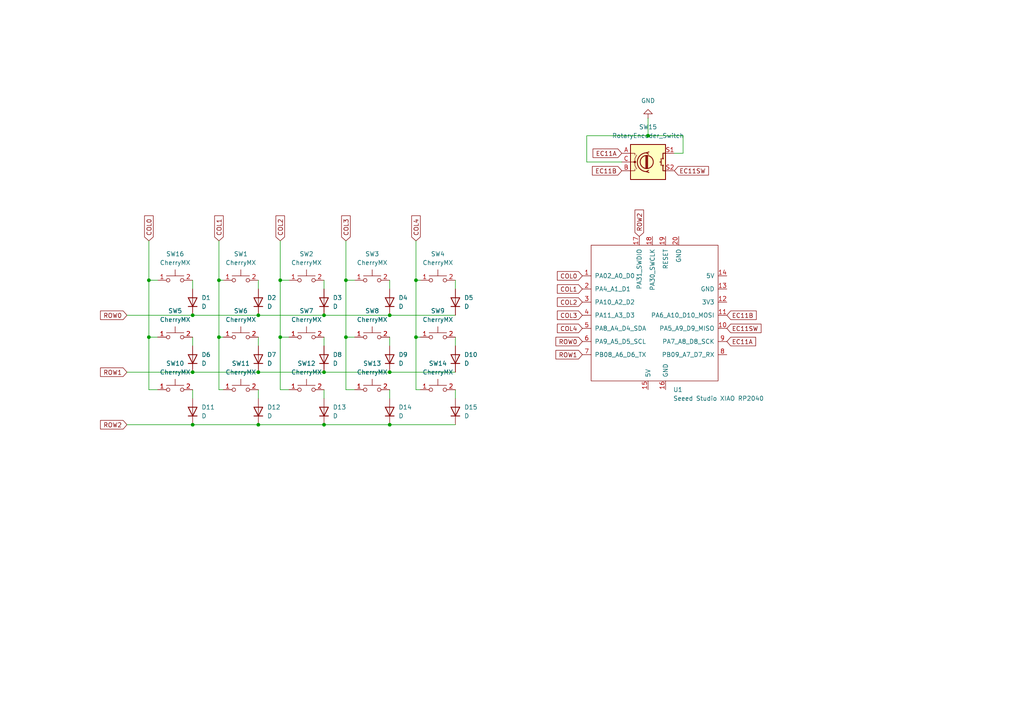
<source format=kicad_sch>
(kicad_sch (version 20231120) (generator "eeschema") (generator_version "8.0")
  (paper "A4")
  (title_block (title "PonderPad") (date "2024-09-15"))
  (lib_symbols
    (symbol "CherryMX:CherryMX" (pin_names (offset 0.254))
      (property "Reference" "SW" (at 2.54 3.175 0))
      (property "Value" "CherryMX" (at 0 -1.905 0))
      (symbol "CherryMX_1_1"
        (circle (center -2.032 0) (radius 0.508))
        (polyline (pts (xy 0 1.27) (xy 0 3.048)))
        (polyline (pts (xy 2.54 1.27) (xy -2.54 1.27)))
        (circle (center 2.032 0) (radius 0.508))
        (pin passive line (at -5.08 0 0) (length 2.54) (name "~") (number "1"))
        (pin passive line (at 5.08 0 180) (length 2.54) (name "~") (number "2"))
      )
    )
    (symbol "Device:D" (pin_numbers hide) (pin_names (offset 1.016) hide)
      (property "Reference" "D" (at 0 2.54 0))
      (property "Value" "D" (at 0 -2.54 0))
      (symbol "D_0_1"
        (polyline (pts (xy -1.27 1.27) (xy -1.27 -1.27)) (stroke (width 0.254)))
        (polyline (pts (xy 1.27 0) (xy -1.27 0)))
        (polyline (pts (xy 1.27 1.27) (xy 1.27 -1.27) (xy -1.27 0) (xy 1.27 1.27)) (stroke (width 0.254)))
      )
      (symbol "D_1_1"
        (pin passive line (at -3.81 0 0) (length 2.54) (name "K") (number "1"))
        (pin passive line (at 3.81 0 180) (length 2.54) (name "A") (number "2"))
      )
    )
    (symbol "Device:RotaryEncoder_Switch" (pin_names (offset 0.254) hide)
      (property "Reference" "SW" (at 0 6.604 0))
      (property "Value" "RotaryEncoder_Switch" (at 0 -6.604 0))
      (symbol "RotaryEncoder_Switch_0_1"
        (rectangle (start -5.08 5.08) (end 5.08 -5.08) (stroke (width 0.254)) (fill (type background)))
        (circle (center -3.81 0) (radius 0.254) (fill (type outline)))
        (circle (center -0.381 0) (radius 1.905) (stroke (width 0.254)))
        (arc (start -0.381 2.667) (mid -3.0988 -0.0635) (end -0.381 -2.794) (stroke (width 0.254)))
        (polyline (pts (xy -0.635 -1.778) (xy -0.635 1.778)) (stroke (width 0.254)))
        (polyline (pts (xy -0.381 -1.778) (xy -0.381 1.778)) (stroke (width 0.254)))
        (polyline (pts (xy -0.127 1.778) (xy -0.127 -1.778)) (stroke (width 0.254)))
        (polyline (pts (xy 3.81 0) (xy 3.429 0)) (stroke (width 0.254)))
        (polyline (pts (xy 3.81 1.016) (xy 3.81 -1.016)) (stroke (width 0.254)))
        (polyline (pts (xy -5.08 -2.54) (xy -3.81 -2.54) (xy -3.81 -2.032)))
        (polyline (pts (xy -5.08 2.54) (xy -3.81 2.54) (xy -3.81 2.032)))
        (polyline (pts (xy 0.254 -3.048) (xy -0.508 -2.794) (xy 0.127 -2.413)) (stroke (width 0.254)))
        (polyline (pts (xy 0.254 2.921) (xy -0.508 2.667) (xy 0.127 2.286)) (stroke (width 0.254)))
        (polyline (pts (xy 5.08 -2.54) (xy 4.318 -2.54) (xy 4.318 -1.016)) (stroke (width 0.254)))
        (polyline (pts (xy 5.08 2.54) (xy 4.318 2.54) (xy 4.318 1.016)) (stroke (width 0.254)))
        (polyline (pts (xy -5.08 0) (xy -3.81 0) (xy -3.81 -1.016) (xy -3.302 -2.032)))
        (polyline (pts (xy -4.318 0) (xy -3.81 0) (xy -3.81 1.016) (xy -3.302 2.032)))
        (circle (center 4.318 -1.016) (radius 0.127) (stroke (width 0.254)))
        (circle (center 4.318 1.016) (radius 0.127) (stroke (width 0.254)))
      )
      (symbol "RotaryEncoder_Switch_1_1"
        (pin passive line (at -7.62 2.54 0) (length 2.54) (name "A") (number "A"))
        (pin passive line (at -7.62 -2.54 0) (length 2.54) (name "B") (number "B"))
        (pin passive line (at -7.62 0 0) (length 2.54) (name "C") (number "C"))
        (pin passive line (at 7.62 2.54 180) (length 2.54) (name "S1") (number "S1"))
        (pin passive line (at 7.62 -2.54 180) (length 2.54) (name "S2") (number "S2"))
      )
    )
    (symbol "Seeed_Studio_XIAO_Series:Seeed Studio XIAO SAMD21" (pin_names (offset 1.016))
      (property "Reference" "U" (at -19.05 22.86 0))
      (property "Value" "Seeed Studio XIAO SAMD21" (at -12.7 21.59 0))
      (symbol "Seeed Studio XIAO SAMD21_0_1"
        (rectangle (start -19.05 20.32) (end 17.78 -19.05))
      )
      (symbol "Seeed Studio XIAO SAMD21_1_1"
        (pin unspecified line (at -21.59 11.43 0) (length 2.54) (name "PA02_A0_D0") (number "1"))
        (pin unspecified line (at 20.32 -3.81 180) (length 2.54) (name "PA5_A9_D9_MISO") (number "10"))
        (pin unspecified line (at 20.32 0 180) (length 2.54) (name "PA6_A10_D10_MOSI") (number "11"))
        (pin unspecified line (at 20.32 3.81 180) (length 2.54) (name "3V3") (number "12"))
        (pin unspecified line (at 20.32 7.62 180) (length 2.54) (name "GND") (number "13"))
        (pin unspecified line (at 20.32 11.43 180) (length 2.54) (name "5V") (number "14"))
        (pin input line (at -2.54 -21.59 90) (length 2.54) (name "5V") (number "15"))
        (pin input line (at 2.54 -21.59 90) (length 2.54) (name "GND") (number "16"))
        (pin input line (at -5.08 22.86 270) (length 2.54) (name "PA31_SWDIO") (number "17"))
        (pin input line (at -1.27 22.86 270) (length 2.54) (name "PA30_SWCLK") (number "18"))
        (pin input line (at 2.54 22.86 270) (length 2.54) (name "RESET") (number "19"))
        (pin unspecified line (at -21.59 7.62 0) (length 2.54) (name "PA4_A1_D1") (number "2"))
        (pin input line (at 6.35 22.86 270) (length 2.54) (name "GND") (number "20"))
        (pin unspecified line (at -21.59 3.81 0) (length 2.54) (name "PA10_A2_D2") (number "3"))
        (pin unspecified line (at -21.59 0 0) (length 2.54) (name "PA11_A3_D3") (number "4"))
        (pin unspecified line (at -21.59 -3.81 0) (length 2.54) (name "PA8_A4_D4_SDA") (number "5"))
        (pin unspecified line (at -21.59 -7.62 0) (length 2.54) (name "PA9_A5_D5_SCL") (number "6"))
        (pin unspecified line (at -21.59 -11.43 0) (length 2.54) (name "PB08_A6_D6_TX") (number "7"))
        (pin unspecified line (at 20.32 -11.43 180) (length 2.54) (name "PB09_A7_D7_RX") (number "8"))
        (pin unspecified line (at 20.32 -7.62 180) (length 2.54) (name "PA7_A8_D8_SCK") (number "9"))
      )
    )
    (symbol "power:GND" (power) (pin_numbers hide) (pin_names (offset 0) hide)
      (property "Value" "GND" (at 0 -3.81 0))
      (symbol "GND_0_1"
        (polyline (pts (xy 0 0) (xy 0 -1.27) (xy 1.27 -1.27) (xy 0 -2.54) (xy -1.27 -1.27) (xy 0 -1.27)))
      )
      (symbol "GND_1_1"
        (pin power_in line (at 0 0 270) (length 0) (name "~") (number "1"))
      )
    )
  )
  (junction (at 81.28 97.79))
  (junction (at 93.98 91.44))
  (junction (at 93.98 107.95))
  (junction (at 113.03 91.44))
  (junction (at 120.65 81.28))
  (junction (at 55.88 107.95))
  (junction (at 187.96 39.37))
  (junction (at 81.28 81.28))
  (junction (at 55.88 91.44))
  (junction (at 120.65 97.79))
  (junction (at 113.03 123.19))
  (junction (at 43.18 97.79))
  (junction (at 63.5 81.28))
  (junction (at 100.33 97.79))
  (junction (at 74.93 91.44))
  (junction (at 63.5 97.79))
  (junction (at 100.33 81.28))
  (junction (at 74.93 123.19))
  (junction (at 113.03 107.95))
  (junction (at 74.93 107.95))
  (junction (at 43.18 81.28))
  (junction (at 93.98 123.19))
  (junction (at 55.88 123.19))
  (wire (pts (xy 36.83 91.44) (xy 55.88 91.44)))
  (wire (pts (xy 43.18 81.28) (xy 45.72 81.28)))
  (wire (pts (xy 100.33 113.03) (xy 102.87 113.03)))
  (wire (pts (xy 36.83 107.95) (xy 55.88 107.95)))
  (wire (pts (xy 170.18 46.99) (xy 170.18 39.37)))
  (wire (pts (xy 63.5 69.85) (xy 63.5 81.28)))
  (wire (pts (xy 74.93 107.95) (xy 93.98 107.95)))
  (wire (pts (xy 113.03 91.44) (xy 132.08 91.44)))
  (wire (pts (xy 100.33 97.79) (xy 102.87 97.79)))
  (wire (pts (xy 81.28 113.03) (xy 83.82 113.03)))
  (wire (pts (xy 81.28 97.79) (xy 83.82 97.79)))
  (wire (pts (xy 43.18 97.79) (xy 43.18 113.03)))
  (wire (pts (xy 43.18 81.28) (xy 43.18 97.79)))
  (wire (pts (xy 55.88 107.95) (xy 74.93 107.95)))
  (wire (pts (xy 120.65 113.03) (xy 121.92 113.03)))
  (wire (pts (xy 198.12 39.37) (xy 198.12 44.45)))
  (wire (pts (xy 113.03 97.79) (xy 113.03 100.33)))
  (wire (pts (xy 63.5 81.28) (xy 64.77 81.28)))
  (wire (pts (xy 113.03 107.95) (xy 132.08 107.95)))
  (wire (pts (xy 74.93 91.44) (xy 93.98 91.44)))
  (wire (pts (xy 63.5 81.28) (xy 63.5 97.79)))
  (wire (pts (xy 74.93 97.79) (xy 74.93 100.33)))
  (wire (pts (xy 93.98 81.28) (xy 93.98 83.82)))
  (wire (pts (xy 81.28 69.85) (xy 81.28 81.28)))
  (wire (pts (xy 100.33 81.28) (xy 102.87 81.28)))
  (wire (pts (xy 100.33 69.85) (xy 100.33 81.28)))
  (wire (pts (xy 132.08 81.28) (xy 132.08 83.82)))
  (wire (pts (xy 93.98 97.79) (xy 93.98 100.33)))
  (wire (pts (xy 187.96 34.29) (xy 187.96 39.37)))
  (wire (pts (xy 81.28 81.28) (xy 81.28 97.79)))
  (wire (pts (xy 55.88 113.03) (xy 55.88 115.57)))
  (wire (pts (xy 43.18 113.03) (xy 45.72 113.03)))
  (wire (pts (xy 132.08 97.79) (xy 132.08 100.33)))
  (wire (pts (xy 113.03 113.03) (xy 113.03 115.57)))
  (wire (pts (xy 113.03 123.19) (xy 132.08 123.19)))
  (wire (pts (xy 63.5 113.03) (xy 64.77 113.03)))
  (wire (pts (xy 63.5 97.79) (xy 63.5 113.03)))
  (wire (pts (xy 198.12 44.45) (xy 195.58 44.45)))
  (wire (pts (xy 81.28 97.79) (xy 81.28 113.03)))
  (wire (pts (xy 81.28 81.28) (xy 83.82 81.28)))
  (wire (pts (xy 55.88 91.44) (xy 74.93 91.44)))
  (wire (pts (xy 55.88 97.79) (xy 55.88 100.33)))
  (wire (pts (xy 43.18 69.85) (xy 43.18 81.28)))
  (wire (pts (xy 55.88 81.28) (xy 55.88 83.82)))
  (wire (pts (xy 100.33 97.79) (xy 100.33 113.03)))
  (wire (pts (xy 36.83 123.19) (xy 55.88 123.19)))
  (wire (pts (xy 93.98 113.03) (xy 93.98 115.57)))
  (wire (pts (xy 120.65 97.79) (xy 120.65 113.03)))
  (wire (pts (xy 120.65 81.28) (xy 120.65 97.79)))
  (wire (pts (xy 132.08 113.03) (xy 132.08 115.57)))
  (wire (pts (xy 170.18 39.37) (xy 187.96 39.37)))
  (wire (pts (xy 120.65 81.28) (xy 121.92 81.28)))
  (wire (pts (xy 180.34 46.99) (xy 170.18 46.99)))
  (wire (pts (xy 93.98 107.95) (xy 113.03 107.95)))
  (wire (pts (xy 74.93 113.03) (xy 74.93 115.57)))
  (wire (pts (xy 120.65 69.85) (xy 120.65 81.28)))
  (wire (pts (xy 63.5 97.79) (xy 64.77 97.79)))
  (wire (pts (xy 113.03 81.28) (xy 113.03 83.82)))
  (wire (pts (xy 100.33 81.28) (xy 100.33 97.79)))
  (wire (pts (xy 93.98 91.44) (xy 113.03 91.44)))
  (wire (pts (xy 55.88 123.19) (xy 74.93 123.19)))
  (wire (pts (xy 43.18 97.79) (xy 45.72 97.79)))
  (wire (pts (xy 93.98 123.19) (xy 113.03 123.19)))
  (wire (pts (xy 120.65 97.79) (xy 121.92 97.79)))
  (wire (pts (xy 74.93 81.28) (xy 74.93 83.82)))
  (wire (pts (xy 187.96 39.37) (xy 198.12 39.37)))
  (wire (pts (xy 74.93 123.19) (xy 93.98 123.19)))
  (global_label "COL0" (shape input) (at 43.18 69.85 90) (property "Intersheetrefs" "${INTERSHEET_REFS}" (effects (hide yes))))
  (global_label "ROW0" (shape input) (at 36.83 91.44 180) (property "Intersheetrefs" "${INTERSHEET_REFS}" (effects (hide yes))))
  (global_label "COL1" (shape input) (at 63.5 69.85 90) (property "Intersheetrefs" "${INTERSHEET_REFS}" (effects (hide yes))))
  (global_label "COL4" (shape input) (at 120.65 69.85 90) (property "Intersheetrefs" "${INTERSHEET_REFS}" (effects (hide yes))))
  (global_label "COL3" (shape input) (at 100.33 69.85 90) (property "Intersheetrefs" "${INTERSHEET_REFS}" (effects (hide yes))))
  (global_label "COL4" (shape input) (at 168.91 95.25 180) (property "Intersheetrefs" "${INTERSHEET_REFS}" (effects (hide yes))))
  (global_label "EC11SW" (shape input) (at 195.58 49.53 0) (property "Intersheetrefs" "${INTERSHEET_REFS}" (effects (hide yes))))
  (global_label "COL2" (shape input) (at 168.91 87.63 180) (property "Intersheetrefs" "${INTERSHEET_REFS}" (effects (hide yes))))
  (global_label "ROW1" (shape input) (at 168.91 102.87 180) (property "Intersheetrefs" "${INTERSHEET_REFS}" (effects (hide yes))))
  (global_label "COL0" (shape input) (at 168.91 80.01 180) (property "Intersheetrefs" "${INTERSHEET_REFS}" (effects (hide yes))))
  (global_label "COL2" (shape input) (at 81.28 69.85 90) (property "Intersheetrefs" "${INTERSHEET_REFS}" (effects (hide yes))))
  (global_label "EC11A" (shape input) (at 180.34 44.45 180) (property "Intersheetrefs" "${INTERSHEET_REFS}" (effects (hide yes))))
  (global_label "ROW1" (shape input) (at 36.83 107.95 180) (property "Intersheetrefs" "${INTERSHEET_REFS}" (effects (hide yes))))
  (global_label "EC11B" (shape input) (at 180.34 49.53 180) (property "Intersheetrefs" "${INTERSHEET_REFS}" (effects (hide yes))))
  (global_label "EC11B" (shape input) (at 210.82 91.44 0) (property "Intersheetrefs" "${INTERSHEET_REFS}" (effects (hide yes))))
  (global_label "COL3" (shape input) (at 168.91 91.44 180) (property "Intersheetrefs" "${INTERSHEET_REFS}" (effects (hide yes))))
  (global_label "COL1" (shape input) (at 168.91 83.82 180) (property "Intersheetrefs" "${INTERSHEET_REFS}" (effects (hide yes))))
  (global_label "ROW0" (shape input) (at 168.91 99.06 180) (property "Intersheetrefs" "${INTERSHEET_REFS}" (effects (hide yes))))
  (global_label "EC11SW" (shape input) (at 210.82 95.25 0) (property "Intersheetrefs" "${INTERSHEET_REFS}" (effects (hide yes))))
  (global_label "EC11A" (shape input) (at 210.82 99.06 0) (property "Intersheetrefs" "${INTERSHEET_REFS}" (effects (hide yes))))
  (global_label "ROW2" (shape input) (at 36.83 123.19 180) (property "Intersheetrefs" "${INTERSHEET_REFS}" (effects (hide yes))))
  (global_label "ROW2" (shape input) (at 185.42 68.58 90) (property "Intersheetrefs" "${INTERSHEET_REFS}" (effects (hide yes))))
  (symbol (lib_id "Device:RotaryEncoder_Switch") (at 187.96 46.99 0) (unit 1)
    (property "Reference" "SW15" (at 187.96 36.83 0))
    (property "Value" "RotaryEncoder_Switch" (at 187.96 39.37 0))
    (property "Footprint" "Rotary_Encoder:RotaryEncoder_Alps_EC11E-Switch_Vertical_H20mm" (effects (hide yes)))
    (property "Description" "Rotary encoder, dual channel, incremental quadrate outputs, with switch" (effects (hide yes)))
  )
  (symbol (lib_id "CherryMX:CherryMX") (at 88.9 97.79 0) (unit 1)
    (property "Reference" "SW7" (at 88.9 90.17 0))
    (property "Value" "CherryMX" (at 88.9 92.71 0))
    (property "Footprint" "Switch_Keyboard_Cherry_MX:SW_Cherry_MX_PCB_4.00u" (effects (hide yes)))
  )
  (symbol (lib_id "CherryMX:CherryMX") (at 69.85 97.79 0) (unit 1)
    (property "Reference" "SW6" (at 69.85 90.17 0))
    (property "Value" "CherryMX" (at 69.85 92.71 0))
    (property "Footprint" "Switch_Keyboard_Cherry_MX:SW_Cherry_MX_PCB_4.00u" (effects (hide yes)))
  )
  (symbol (lib_id "CherryMX:CherryMX") (at 127 81.28 0) (unit 1)
    (property "Reference" "SW4" (at 127 73.66 0))
    (property "Value" "CherryMX" (at 127 76.2 0))
    (property "Footprint" "Switch_Keyboard_Cherry_MX:SW_Cherry_MX_PCB_1.50u" (effects (hide yes)))
  )
  (symbol (lib_id "Device:D") (at 132.08 104.14 90) (unit 1)
    (property "Reference" "D10" (at 134.62 102.8699 90) (effects (justify right)))
    (property "Value" "D" (at 134.62 105.4099 90) (effects (justify right)))
    (property "Footprint" "Diode_THT:D_5KP_P10.16mm_Horizontal" (effects (hide yes)))
    (property "Description" "Diode" (effects (hide yes)))
    (property "Sim.Device" "D" (effects (hide yes)))
    (property "Sim.Pins" "1=K 2=A" (effects (hide yes)))
  )
  (symbol (lib_id "Device:D") (at 55.88 119.38 90) (unit 1)
    (property "Reference" "D11" (at 58.42 118.1099 90) (effects (justify right)))
    (property "Value" "D" (at 58.42 120.6499 90) (effects (justify right)))
    (property "Footprint" "Diode_THT:D_5KP_P10.16mm_Horizontal" (effects (hide yes)))
    (property "Description" "Diode" (effects (hide yes)))
    (property "Sim.Device" "D" (effects (hide yes)))
    (property "Sim.Pins" "1=K 2=A" (effects (hide yes)))
  )
  (symbol (lib_id "Device:D") (at 74.93 104.14 90) (unit 1)
    (property "Reference" "D7" (at 77.47 102.8699 90) (effects (justify right)))
    (property "Value" "D" (at 77.47 105.4099 90) (effects (justify right)))
    (property "Footprint" "Diode_THT:D_5KP_P10.16mm_Horizontal" (effects (hide yes)))
    (property "Description" "Diode" (effects (hide yes)))
    (property "Sim.Device" "D" (effects (hide yes)))
    (property "Sim.Pins" "1=K 2=A" (effects (hide yes)))
  )
  (symbol (lib_id "CherryMX:CherryMX") (at 107.95 81.28 0) (unit 1)
    (property "Reference" "SW3" (at 107.95 73.66 0))
    (property "Value" "CherryMX" (at 107.95 76.2 0))
    (property "Footprint" "Switch_Keyboard_Cherry_MX:SW_Cherry_MX_PCB_4.00u" (effects (hide yes)))
  )
  (symbol (lib_id "power:GND") (at 187.96 34.29 180) (unit 1)
    (property "Reference" "#PWR01" (effects (hide yes)))
    (property "Value" "GND" (at 187.96 29.21 0))
    (property "Description" "Power symbol creates a global label with name \"GND\" , ground" (effects (hide yes)))
  )
  (symbol (lib_id "Device:D") (at 132.08 87.63 90) (unit 1)
    (property "Reference" "D5" (at 134.62 86.3599 90) (effects (justify right)))
    (property "Value" "D" (at 134.62 88.8999 90) (effects (justify right)))
    (property "Footprint" "Diode_THT:D_5KP_P10.16mm_Horizontal" (effects (hide yes)))
    (property "Description" "Diode" (effects (hide yes)))
    (property "Sim.Device" "D" (effects (hide yes)))
    (property "Sim.Pins" "1=K 2=A" (effects (hide yes)))
  )
  (symbol (lib_id "Device:D") (at 132.08 119.38 90) (unit 1)
    (property "Reference" "D15" (at 134.62 118.1099 90) (effects (justify right)))
    (property "Value" "D" (at 134.62 120.6499 90) (effects (justify right)))
    (property "Footprint" "Diode_THT:D_5KP_P10.16mm_Horizontal" (effects (hide yes)))
    (property "Description" "Diode" (effects (hide yes)))
    (property "Sim.Device" "D" (effects (hide yes)))
    (property "Sim.Pins" "1=K 2=A" (effects (hide yes)))
  )
  (symbol (lib_id "Seeed_Studio_XIAO_Series:Seeed Studio XIAO SAMD21") (at 190.5 91.44 0) (unit 1)
    (property "Reference" "U1" (at 195.2341 113.03 0) (effects (justify left)))
    (property "Value" "Seeed Studio XIAO RP2040" (at 195.2341 115.57 0) (effects (justify left)))
  )
  (symbol (lib_id "Device:D") (at 113.03 87.63 90) (unit 1)
    (property "Reference" "D4" (at 115.57 86.3599 90) (effects (justify right)))
    (property "Value" "D" (at 115.57 88.8999 90) (effects (justify right)))
    (property "Footprint" "Diode_THT:D_5KP_P10.16mm_Horizontal" (effects (hide yes)))
    (property "Description" "Diode" (effects (hide yes)))
    (property "Sim.Device" "D" (effects (hide yes)))
    (property "Sim.Pins" "1=K 2=A" (effects (hide yes)))
  )
  (symbol (lib_id "Device:D") (at 93.98 119.38 90) (unit 1)
    (property "Reference" "D13" (at 96.52 118.1099 90) (effects (justify right)))
    (property "Value" "D" (at 96.52 120.6499 90) (effects (justify right)))
    (property "Footprint" "Diode_THT:D_5KP_P10.16mm_Horizontal" (effects (hide yes)))
    (property "Description" "Diode" (effects (hide yes)))
    (property "Sim.Device" "D" (effects (hide yes)))
    (property "Sim.Pins" "1=K 2=A" (effects (hide yes)))
  )
  (symbol (lib_id "CherryMX:CherryMX") (at 88.9 113.03 0) (unit 1)
    (property "Reference" "SW12" (at 88.9 105.41 0))
    (property "Value" "CherryMX" (at 88.9 107.95 0))
    (property "Footprint" "Switch_Keyboard_Cherry_MX:SW_Cherry_MX_PCB_4.00u" (effects (hide yes)))
  )
  (symbol (lib_id "Device:D") (at 93.98 104.14 90) (unit 1)
    (property "Reference" "D8" (at 96.52 102.8699 90) (effects (justify right)))
    (property "Value" "D" (at 96.52 105.4099 90) (effects (justify right)))
    (property "Footprint" "Diode_THT:D_5KP_P10.16mm_Horizontal" (effects (hide yes)))
    (property "Description" "Diode" (effects (hide yes)))
    (property "Sim.Device" "D" (effects (hide yes)))
    (property "Sim.Pins" "1=K 2=A" (effects (hide yes)))
  )
  (symbol (lib_id "Device:D") (at 55.88 87.63 90) (unit 1)
    (property "Reference" "D1" (at 58.42 86.3599 90) (effects (justify right)))
    (property "Value" "D" (at 58.42 88.8999 90) (effects (justify right)))
    (property "Footprint" "Diode_THT:D_5KP_P10.16mm_Horizontal" (effects (hide yes)))
    (property "Description" "Diode" (effects (hide yes)))
    (property "Sim.Device" "D" (effects (hide yes)))
    (property "Sim.Pins" "1=K 2=A" (effects (hide yes)))
  )
  (symbol (lib_id "Device:D") (at 93.98 87.63 90) (unit 1)
    (property "Reference" "D3" (at 96.52 86.3599 90) (effects (justify right)))
    (property "Value" "D" (at 96.52 88.8999 90) (effects (justify right)))
    (property "Footprint" "Diode_THT:D_5KP_P10.16mm_Horizontal" (effects (hide yes)))
    (property "Description" "Diode" (effects (hide yes)))
    (property "Sim.Device" "D" (effects (hide yes)))
    (property "Sim.Pins" "1=K 2=A" (effects (hide yes)))
  )
  (symbol (lib_id "Device:D") (at 74.93 119.38 90) (unit 1)
    (property "Reference" "D12" (at 77.47 118.1099 90) (effects (justify right)))
    (property "Value" "D" (at 77.47 120.6499 90) (effects (justify right)))
    (property "Footprint" "Diode_THT:D_5KP_P10.16mm_Horizontal" (effects (hide yes)))
    (property "Description" "Diode" (effects (hide yes)))
    (property "Sim.Device" "D" (effects (hide yes)))
    (property "Sim.Pins" "1=K 2=A" (effects (hide yes)))
  )
  (symbol (lib_id "CherryMX:CherryMX") (at 69.85 113.03 0) (unit 1)
    (property "Reference" "SW11" (at 69.85 105.41 0))
    (property "Value" "CherryMX" (at 69.85 107.95 0))
    (property "Footprint" "Switch_Keyboard_Cherry_MX:SW_Cherry_MX_PCB_4.00u" (effects (hide yes)))
  )
  (symbol (lib_id "Device:D") (at 113.03 119.38 90) (unit 1)
    (property "Reference" "D14" (at 115.57 118.1099 90) (effects (justify right)))
    (property "Value" "D" (at 115.57 120.6499 90) (effects (justify right)))
    (property "Footprint" "Diode_THT:D_5KP_P10.16mm_Horizontal" (effects (hide yes)))
    (property "Description" "Diode" (effects (hide yes)))
    (property "Sim.Device" "D" (effects (hide yes)))
    (property "Sim.Pins" "1=K 2=A" (effects (hide yes)))
  )
  (symbol (lib_id "CherryMX:CherryMX") (at 69.85 81.28 0) (unit 1)
    (property "Reference" "SW1" (at 69.85 73.66 0))
    (property "Value" "CherryMX" (at 69.85 76.2 0))
    (property "Footprint" "Switch_Keyboard_Cherry_MX:SW_Cherry_MX_PCB_4.00u" (effects (hide yes)))
  )
  (symbol (lib_id "CherryMX:CherryMX") (at 50.8 81.28 0) (unit 1)
    (property "Reference" "SW16" (at 50.8 73.66 0))
    (property "Value" "CherryMX" (at 50.8 76.2 0))
    (property "Footprint" "Switch_Keyboard_Cherry_MX:SW_Cherry_MX_PCB_4.00u" (effects (hide yes)))
  )
  (symbol (lib_id "Device:D") (at 113.03 104.14 90) (unit 1)
    (property "Reference" "D9" (at 115.57 102.8699 90) (effects (justify right)))
    (property "Value" "D" (at 115.57 105.4099 90) (effects (justify right)))
    (property "Footprint" "Diode_THT:D_5KP_P10.16mm_Horizontal" (effects (hide yes)))
    (property "Description" "Diode" (effects (hide yes)))
    (property "Sim.Device" "D" (effects (hide yes)))
    (property "Sim.Pins" "1=K 2=A" (effects (hide yes)))
  )
  (symbol (lib_id "CherryMX:CherryMX") (at 107.95 97.79 0) (unit 1)
    (property "Reference" "SW8" (at 107.95 90.17 0))
    (property "Value" "CherryMX" (at 107.95 92.71 0))
    (property "Footprint" "Switch_Keyboard_Cherry_MX:SW_Cherry_MX_PCB_4.00u" (effects (hide yes)))
  )
  (symbol (lib_id "Device:D") (at 55.88 104.14 90) (unit 1)
    (property "Reference" "D6" (at 58.42 102.8699 90) (effects (justify right)))
    (property "Value" "D" (at 58.42 105.4099 90) (effects (justify right)))
    (property "Footprint" "Diode_THT:D_5KP_P10.16mm_Horizontal" (effects (hide yes)))
    (property "Description" "Diode" (effects (hide yes)))
    (property "Sim.Device" "D" (effects (hide yes)))
    (property "Sim.Pins" "1=K 2=A" (effects (hide yes)))
  )
  (symbol (lib_id "CherryMX:CherryMX") (at 50.8 113.03 0) (unit 1)
    (property "Reference" "SW10" (at 50.8 105.41 0))
    (property "Value" "CherryMX" (at 50.8 107.95 0))
    (property "Footprint" "Switch_Keyboard_Cherry_MX:SW_Cherry_MX_PCB_4.00u" (effects (hide yes)))
  )
  (symbol (lib_id "CherryMX:CherryMX") (at 107.95 113.03 0) (unit 1)
    (property "Reference" "SW13" (at 107.95 105.41 0))
    (property "Value" "CherryMX" (at 107.95 107.95 0))
    (property "Footprint" "Switch_Keyboard_Cherry_MX:SW_Cherry_MX_PCB_4.00u" (effects (hide yes)))
  )
  (symbol (lib_id "CherryMX:CherryMX") (at 50.8 97.79 0) (unit 1)
    (property "Reference" "SW5" (at 50.8 90.17 0))
    (property "Value" "CherryMX" (at 50.8 92.71 0))
    (property "Footprint" "Switch_Keyboard_Cherry_MX:SW_Cherry_MX_PCB_4.00u" (effects (hide yes)))
  )
  (symbol (lib_id "Device:D") (at 74.93 87.63 90) (unit 1)
    (property "Reference" "D2" (at 77.47 86.3599 90) (effects (justify right)))
    (property "Value" "D" (at 77.47 88.8999 90) (effects (justify right)))
    (property "Footprint" "Diode_THT:D_5KP_P10.16mm_Horizontal" (effects (hide yes)))
    (property "Description" "Diode" (effects (hide yes)))
    (property "Sim.Device" "D" (effects (hide yes)))
    (property "Sim.Pins" "1=K 2=A" (effects (hide yes)))
  )
  (symbol (lib_id "CherryMX:CherryMX") (at 88.9 81.28 0) (unit 1)
    (property "Reference" "SW2" (at 88.9 73.66 0))
    (property "Value" "CherryMX" (at 88.9 76.2 0))
    (property "Footprint" "Switch_Keyboard_Cherry_MX:SW_Cherry_MX_PCB_4.00u" (effects (hide yes)))
  )
  (symbol (lib_id "CherryMX:CherryMX") (at 127 97.79 0) (unit 1)
    (property "Reference" "SW9" (at 127 90.17 0))
    (property "Value" "CherryMX" (at 127 92.71 0))
    (property "Footprint" "Switch_Keyboard_Cherry_MX:SW_Cherry_MX_PCB_4.00u" (effects (hide yes)))
  )
  (symbol (lib_id "CherryMX:CherryMX") (at 127 113.03 0) (unit 1)
    (property "Reference" "SW14" (at 127 105.41 0))
    (property "Value" "CherryMX" (at 127 107.95 0))
    (property "Footprint" "Switch_Keyboard_Cherry_MX:SW_Cherry_MX_PCB_4.00u" (effects (hide yes)))
  )
)
</source>
